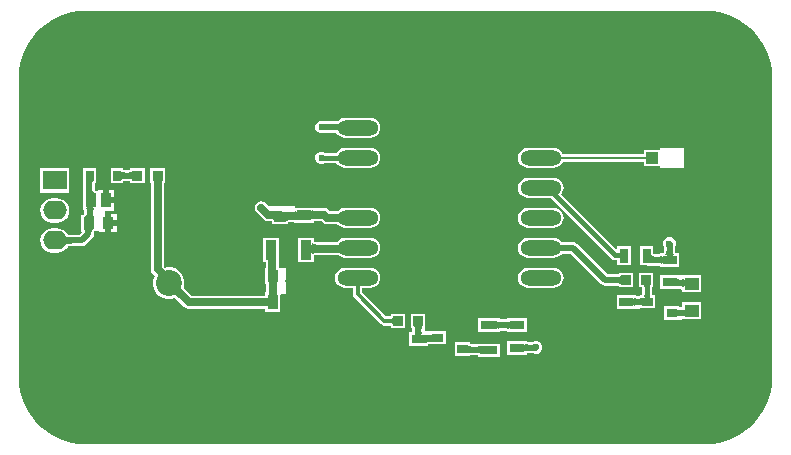
<source format=gtl>
G04*
G04 #@! TF.GenerationSoftware,Altium Limited,Altium Designer,22.3.1 (43)*
G04*
G04 Layer_Physical_Order=1*
G04 Layer_Color=255*
%FSLAX25Y25*%
%MOIN*%
G70*
G04*
G04 #@! TF.SameCoordinates,13010D4F-CA40-4925-A7E6-2A4E1DD476F1*
G04*
G04*
G04 #@! TF.FilePolarity,Positive*
G04*
G01*
G75*
%ADD16R,0.04134X0.03937*%
%ADD17R,0.08661X0.04134*%
%ADD18R,0.05700X0.03000*%
%ADD19R,0.05118X0.04331*%
%ADD20R,0.05118X0.03543*%
%ADD21R,0.03543X0.05118*%
%ADD22R,0.03937X0.03740*%
%ADD23R,0.03740X0.03937*%
%ADD24R,0.03819X0.06811*%
%ADD25R,0.03150X0.05118*%
%ADD26R,0.05118X0.03150*%
%ADD27R,0.03347X0.03347*%
%ADD28R,0.03543X0.03150*%
%ADD29R,0.02756X0.03543*%
%ADD45C,0.21654*%
%ADD49O,0.13780X0.05118*%
%ADD50C,0.02000*%
%ADD51C,0.02500*%
%ADD52C,0.00800*%
%ADD53C,0.01500*%
%ADD54C,0.01300*%
%ADD55C,0.08661*%
%ADD56R,0.07874X0.06299*%
%ADD57O,0.07874X0.06299*%
%ADD58C,0.02362*%
G36*
X216280Y127154D02*
X219132Y126587D01*
X221885Y125652D01*
X224492Y124367D01*
X226910Y122751D01*
X229096Y120834D01*
X231013Y118649D01*
X232628Y116231D01*
X233914Y113624D01*
X234848Y110871D01*
X235415Y108019D01*
X235573Y105615D01*
X235580Y105118D01*
D01*
X235580Y104624D01*
X235580Y5118D01*
X235604Y4999D01*
X235422Y2217D01*
X234855Y-635D01*
X233920Y-3387D01*
X232634Y-5995D01*
X231019Y-8412D01*
X229102Y-10598D01*
X226916Y-12515D01*
X224499Y-14130D01*
X221891Y-15416D01*
X219138Y-16351D01*
X216287Y-16918D01*
X213505Y-17100D01*
X213386Y-17076D01*
X6693Y-17076D01*
X6574Y-17100D01*
X3792Y-16918D01*
X940Y-16351D01*
X-1813Y-15416D01*
X-4420Y-14130D01*
X-6837Y-12515D01*
X-9023Y-10598D01*
X-10940Y-8412D01*
X-12555Y-5995D01*
X-13841Y-3387D01*
X-14776Y-635D01*
X-15343Y2217D01*
X-15527Y5023D01*
X-15508Y5118D01*
X-15502Y105118D01*
X-15502Y105118D01*
X-15502Y105118D01*
X-15526Y105237D01*
X-15343Y108019D01*
X-14776Y110871D01*
X-13841Y113624D01*
X-12555Y116231D01*
X-10940Y118649D01*
X-9023Y120834D01*
X-6837Y122751D01*
X-4420Y124367D01*
X-1813Y125652D01*
X940Y126587D01*
X3792Y127154D01*
X6573Y127337D01*
X6693Y127313D01*
X213379Y127313D01*
X213499Y127337D01*
X216280Y127154D01*
D02*
G37*
%LPC*%
G36*
X101732Y91673D02*
X93071D01*
X92220Y91561D01*
X91427Y91233D01*
X90746Y90710D01*
X90601Y90520D01*
X86194D01*
X85847Y90664D01*
X85019D01*
X84254Y90347D01*
X83669Y89762D01*
X83352Y88997D01*
Y88169D01*
X83669Y87404D01*
X84254Y86818D01*
X85019Y86502D01*
X85847D01*
X86194Y86646D01*
X90298D01*
X90746Y86062D01*
X91427Y85539D01*
X92220Y85211D01*
X93071Y85099D01*
X101732D01*
X102583Y85211D01*
X103376Y85539D01*
X104057Y86062D01*
X104579Y86742D01*
X104907Y87535D01*
X105019Y88386D01*
X104907Y89237D01*
X104579Y90029D01*
X104057Y90710D01*
X103376Y91233D01*
X102583Y91561D01*
X101732Y91673D01*
D02*
G37*
G36*
Y81673D02*
X93071D01*
X92220Y81561D01*
X91427Y81233D01*
X90746Y80710D01*
X90239Y80049D01*
X86674D01*
X86612Y80111D01*
X85847Y80428D01*
X85019D01*
X84254Y80111D01*
X83669Y79525D01*
X83352Y78760D01*
Y77933D01*
X83669Y77168D01*
X84254Y76582D01*
X85019Y76265D01*
X85847D01*
X86612Y76582D01*
X86713Y76684D01*
X90269D01*
X90746Y76061D01*
X91427Y75539D01*
X92220Y75211D01*
X93071Y75099D01*
X101732D01*
X102583Y75211D01*
X103376Y75539D01*
X104057Y76061D01*
X104579Y76742D01*
X104907Y77535D01*
X105019Y78386D01*
X104907Y79237D01*
X104579Y80029D01*
X104057Y80710D01*
X103376Y81233D01*
X102583Y81561D01*
X101732Y81673D01*
D02*
G37*
G36*
X206201Y81693D02*
X198130D01*
Y81015D01*
X192804D01*
Y79711D01*
X165734D01*
X165603Y80029D01*
X165080Y80710D01*
X164400Y81233D01*
X163607Y81561D01*
X162756Y81673D01*
X154095D01*
X153244Y81561D01*
X152451Y81233D01*
X151770Y80710D01*
X151248Y80029D01*
X150919Y79237D01*
X150807Y78386D01*
X150919Y77535D01*
X151248Y76742D01*
X151770Y76061D01*
X152451Y75539D01*
X153244Y75211D01*
X154095Y75099D01*
X162756D01*
X163607Y75211D01*
X164400Y75539D01*
X165080Y76061D01*
X165603Y76742D01*
X165734Y77060D01*
X192804D01*
Y75678D01*
X198130D01*
Y75000D01*
X206201D01*
Y81693D01*
D02*
G37*
G36*
X18492Y74914D02*
X18483Y74913D01*
X15048D01*
Y69969D01*
X18483D01*
X18492Y69968D01*
X18500Y69969D01*
X19204D01*
Y70504D01*
X21643D01*
Y70068D01*
X22346D01*
X22354Y70066D01*
X22363Y70068D01*
X26389D01*
Y74814D01*
X22363D01*
X22354Y74816D01*
X22346Y74814D01*
X21643D01*
Y74378D01*
X19204D01*
Y74913D01*
X18500D01*
X18492Y74914D01*
D02*
G37*
G36*
X1294Y74837D02*
X-8380D01*
Y66738D01*
X1294D01*
Y74837D01*
D02*
G37*
G36*
X16354Y67732D02*
X14583D01*
Y65173D01*
X16354D01*
Y67732D01*
D02*
G37*
G36*
X17043Y59661D02*
X15173D01*
Y57693D01*
X17043D01*
Y59661D01*
D02*
G37*
G36*
X-2756Y64872D02*
X-4331D01*
X-5388Y64733D01*
X-6373Y64325D01*
X-7219Y63676D01*
X-7868Y62830D01*
X-8276Y61845D01*
X-8415Y60787D01*
X-8276Y59730D01*
X-7868Y58745D01*
X-7219Y57899D01*
X-6373Y57250D01*
X-5388Y56842D01*
X-4331Y56703D01*
X-2756D01*
X-1699Y56842D01*
X-714Y57250D01*
X132Y57899D01*
X781Y58745D01*
X1190Y59730D01*
X1329Y60787D01*
X1190Y61845D01*
X781Y62830D01*
X132Y63676D01*
X-714Y64325D01*
X-1699Y64733D01*
X-2756Y64872D01*
D02*
G37*
G36*
X162756Y61673D02*
X154095D01*
X153244Y61561D01*
X152451Y61233D01*
X151770Y60710D01*
X151248Y60029D01*
X150919Y59237D01*
X150807Y58386D01*
X150919Y57535D01*
X151248Y56742D01*
X151770Y56062D01*
X152451Y55539D01*
X153244Y55211D01*
X154095Y55099D01*
X162756D01*
X163607Y55211D01*
X164400Y55539D01*
X165080Y56062D01*
X165603Y56742D01*
X165931Y57535D01*
X166043Y58386D01*
X165931Y59237D01*
X165603Y60029D01*
X165080Y60710D01*
X164400Y61233D01*
X163607Y61561D01*
X162756Y61673D01*
D02*
G37*
G36*
X65354Y63905D02*
X64515Y63738D01*
X63804Y63263D01*
X63329Y62551D01*
X63162Y61713D01*
X63329Y60874D01*
X63804Y60163D01*
X66137Y57830D01*
X66848Y57355D01*
X67687Y57188D01*
X68788D01*
Y56190D01*
X73405D01*
X73413Y56188D01*
X73422Y56190D01*
X74125D01*
Y56801D01*
X74144Y56813D01*
X74146Y56814D01*
X76269D01*
Y56780D01*
X76972D01*
X76981Y56779D01*
X76989Y56780D01*
X82066D01*
X82075Y56779D01*
X82083Y56780D01*
X82787D01*
Y57257D01*
X85281D01*
X85702Y56836D01*
X86413Y56361D01*
X87252Y56194D01*
X90645D01*
X90746Y56062D01*
X91427Y55539D01*
X92220Y55211D01*
X93071Y55099D01*
X101732D01*
X102583Y55211D01*
X103376Y55539D01*
X104057Y56062D01*
X104579Y56742D01*
X104907Y57535D01*
X105019Y58386D01*
X104907Y59237D01*
X104579Y60029D01*
X104057Y60710D01*
X103376Y61233D01*
X102583Y61561D01*
X101732Y61673D01*
X93071D01*
X92220Y61561D01*
X91427Y61233D01*
X90746Y60710D01*
X90645Y60578D01*
X88160D01*
X87739Y60999D01*
X87028Y61474D01*
X86189Y61641D01*
X82787D01*
Y61724D01*
X82083D01*
X82075Y61725D01*
X82073Y61725D01*
X82071Y61725D01*
X82062Y61724D01*
X76989D01*
X76981Y61725D01*
X76972Y61724D01*
X76387D01*
Y62450D01*
X68481D01*
X68482Y62340D01*
X68021Y62146D01*
X66904Y63263D01*
X66193Y63738D01*
X65354Y63905D01*
D02*
G37*
G36*
X17043Y55693D02*
X15173D01*
Y53724D01*
X17043D01*
Y55693D01*
D02*
G37*
G36*
X10149Y74913D02*
X5993D01*
Y71951D01*
X5937Y71669D01*
Y64764D01*
X5993Y64482D01*
Y61633D01*
X5991Y61624D01*
X5993Y61615D01*
Y60914D01*
X6232D01*
Y59397D01*
X6213Y59377D01*
X6208Y59373D01*
X6201Y59370D01*
X6116Y59361D01*
X5304D01*
Y54743D01*
X5302Y54734D01*
X5304Y54725D01*
Y54024D01*
X5304D01*
X5509Y53524D01*
X4709Y52725D01*
X825D01*
X781Y52830D01*
X132Y53676D01*
X-714Y54325D01*
X-1699Y54733D01*
X-2756Y54872D01*
X-4331D01*
X-5388Y54733D01*
X-6373Y54325D01*
X-7219Y53676D01*
X-7868Y52830D01*
X-8276Y51845D01*
X-8415Y50787D01*
X-8276Y49730D01*
X-7868Y48745D01*
X-7219Y47899D01*
X-6373Y47250D01*
X-5388Y46842D01*
X-4331Y46703D01*
X-2756D01*
X-1699Y46842D01*
X-714Y47250D01*
X132Y47899D01*
X781Y48745D01*
X825Y48850D01*
X5512D01*
X6253Y48998D01*
X6882Y49418D01*
X8990Y51526D01*
X9410Y52155D01*
X9558Y52896D01*
Y54024D01*
X10444D01*
X10480Y54007D01*
Y54007D01*
X11303D01*
Y53724D01*
X13173D01*
Y56693D01*
Y59661D01*
X13033D01*
Y60614D01*
X16354D01*
Y63173D01*
X13583D01*
Y64173D01*
X12583D01*
Y67732D01*
X10811D01*
Y67432D01*
X9928D01*
X9842Y67441D01*
X9836Y67444D01*
X9830Y67448D01*
X9811Y67467D01*
Y69969D01*
X10149D01*
Y70673D01*
X10150Y70681D01*
X10149Y70690D01*
Y74913D01*
D02*
G37*
G36*
X201755Y51858D02*
X200927D01*
X200162Y51541D01*
X199577Y50956D01*
X199260Y50191D01*
Y49363D01*
X199441Y48927D01*
Y46689D01*
X199421Y46668D01*
X199416Y46665D01*
X198839D01*
X198831Y46666D01*
X198822Y46665D01*
X198119D01*
Y46327D01*
X196002D01*
X195979Y46348D01*
X195976Y46354D01*
Y49027D01*
X191426D01*
Y42509D01*
X193993D01*
X194276Y42453D01*
X198119D01*
Y42115D01*
X198822D01*
X198831Y42113D01*
X198839Y42115D01*
X204637D01*
Y46665D01*
X203340D01*
X203335Y46668D01*
X203315Y46689D01*
Y49104D01*
X203422Y49363D01*
Y50191D01*
X203105Y50956D01*
X202520Y51541D01*
X201755Y51858D01*
D02*
G37*
G36*
X82846Y51743D02*
X77627D01*
Y43532D01*
X82846D01*
Y45671D01*
X82848Y45689D01*
X82865Y45738D01*
X82894Y45781D01*
X82955Y45838D01*
X83072Y45909D01*
X83096Y45919D01*
X90932D01*
X91427Y45539D01*
X92220Y45211D01*
X93071Y45099D01*
X101732D01*
X102583Y45211D01*
X103376Y45539D01*
X104057Y46062D01*
X104579Y46742D01*
X104907Y47535D01*
X105019Y48386D01*
X104907Y49237D01*
X104579Y50029D01*
X104057Y50710D01*
X103376Y51233D01*
X102583Y51561D01*
X101732Y51673D01*
X93071D01*
X92220Y51561D01*
X91427Y51233D01*
X90746Y50710D01*
X90434Y50303D01*
X83096D01*
X83072Y50313D01*
X82955Y50384D01*
X82894Y50440D01*
X82865Y50484D01*
X82848Y50532D01*
X82846Y50551D01*
Y51743D01*
D02*
G37*
G36*
X162756Y71673D02*
X154095D01*
X153244Y71561D01*
X152451Y71233D01*
X151770Y70710D01*
X151248Y70029D01*
X150919Y69237D01*
X150807Y68386D01*
X150919Y67535D01*
X151248Y66742D01*
X151770Y66062D01*
X152451Y65539D01*
X153244Y65211D01*
X154095Y65099D01*
X161656D01*
X182085Y44670D01*
X182085Y44670D01*
X182631Y44305D01*
X183274Y44177D01*
X183946D01*
Y42509D01*
X188495D01*
Y49027D01*
X183946D01*
Y48221D01*
X183484Y48029D01*
X165242Y66272D01*
X165603Y66742D01*
X165931Y67535D01*
X166043Y68386D01*
X165931Y69237D01*
X165603Y70029D01*
X165080Y70710D01*
X164400Y71233D01*
X163607Y71561D01*
X162756Y71673D01*
D02*
G37*
G36*
X205401Y39383D02*
Y39383D01*
X204835D01*
X204637Y39184D01*
X203934D01*
X203925Y39186D01*
X203916Y39184D01*
X198119D01*
Y34635D01*
X203916D01*
X203925Y34633D01*
X203934Y34635D01*
X204637D01*
X204737Y34535D01*
Y34535D01*
X205209D01*
X205501Y34155D01*
Y33552D01*
X212019D01*
Y39283D01*
X206219D01*
X206211Y39284D01*
X206202Y39283D01*
X205859D01*
X205401Y39383D01*
X205401Y39383D01*
D02*
G37*
G36*
X33082Y74814D02*
X28335D01*
Y70068D01*
X28517D01*
Y41159D01*
X28683Y40321D01*
X29159Y39609D01*
X29780Y38988D01*
X29575Y38633D01*
X29218Y37303D01*
Y35925D01*
X29575Y34595D01*
X30263Y33402D01*
X31237Y32429D01*
X32430Y31740D01*
X33760Y31383D01*
X35138D01*
X36444Y31734D01*
X39511Y28666D01*
X40222Y28191D01*
X41061Y28024D01*
X66623D01*
Y26957D01*
X71566D01*
Y32638D01*
X71925Y32986D01*
X73421Y32938D01*
X73431Y32938D01*
X73431Y33438D01*
Y36856D01*
X73169D01*
X73050Y37356D01*
X73252Y37680D01*
X73391Y37815D01*
X73446Y37813D01*
X73456Y37813D01*
X73456Y38313D01*
Y41732D01*
X71314D01*
Y42750D01*
X71323Y42759D01*
X71095D01*
Y43532D01*
X71192D01*
Y51743D01*
X65973D01*
Y43532D01*
X66711D01*
Y41661D01*
X66653D01*
Y36324D01*
X66967D01*
Y33476D01*
X66623D01*
Y32409D01*
X41969D01*
X39420Y34958D01*
X39680Y35925D01*
Y37303D01*
X39323Y38633D01*
X38634Y39826D01*
X37661Y40800D01*
X36468Y41488D01*
X35138Y41845D01*
X33760D01*
X33258Y41710D01*
X32901Y42067D01*
Y70068D01*
X33082D01*
Y74814D01*
D02*
G37*
G36*
X162756Y51673D02*
X154095D01*
X153244Y51561D01*
X152451Y51233D01*
X151770Y50710D01*
X151248Y50029D01*
X150919Y49237D01*
X150807Y48386D01*
X150919Y47535D01*
X151248Y46742D01*
X151770Y46062D01*
X152451Y45539D01*
X153244Y45211D01*
X154095Y45099D01*
X162756D01*
X163607Y45211D01*
X164400Y45539D01*
X165080Y46062D01*
X165377Y46449D01*
X168395D01*
X178615Y36229D01*
X179243Y35809D01*
X179985Y35661D01*
X184536D01*
Y35225D01*
X185240D01*
X185248Y35223D01*
X185257Y35225D01*
X189283D01*
Y39972D01*
X185257D01*
X185248Y39973D01*
X185240Y39972D01*
X184536D01*
Y39536D01*
X180787D01*
X170567Y49756D01*
X169939Y50176D01*
X169197Y50323D01*
X165377D01*
X165080Y50710D01*
X164400Y51233D01*
X163607Y51561D01*
X162756Y51673D01*
D02*
G37*
G36*
Y41673D02*
X154095D01*
X153244Y41561D01*
X152451Y41233D01*
X151770Y40710D01*
X151248Y40029D01*
X150919Y39237D01*
X150807Y38386D01*
X150919Y37535D01*
X151248Y36742D01*
X151770Y36061D01*
X152451Y35539D01*
X153244Y35211D01*
X154095Y35099D01*
X162756D01*
X163607Y35211D01*
X164400Y35539D01*
X165080Y36061D01*
X165603Y36742D01*
X165931Y37535D01*
X166043Y38386D01*
X165931Y39237D01*
X165603Y40029D01*
X165080Y40710D01*
X164400Y41233D01*
X163607Y41561D01*
X162756Y41673D01*
D02*
G37*
G36*
X195976Y39972D02*
X191229D01*
Y35225D01*
X192191D01*
Y32688D01*
X191672D01*
Y32301D01*
X190267D01*
Y32590D01*
X189564D01*
X189555Y32592D01*
X189546Y32590D01*
X183749D01*
Y28040D01*
X189546D01*
X189555Y28038D01*
X189564Y28040D01*
X190267D01*
X190367Y27940D01*
Y27940D01*
X191474D01*
X191672Y28139D01*
X192375D01*
X192384Y28137D01*
X192393Y28139D01*
X196615D01*
Y32688D01*
X195555D01*
Y35225D01*
X195976D01*
Y35929D01*
X195977Y35937D01*
X195976Y35946D01*
Y39972D01*
D02*
G37*
G36*
X212019Y30228D02*
X205501D01*
Y28610D01*
X204588D01*
Y28948D01*
X199644D01*
Y24398D01*
X204588D01*
X204688Y24298D01*
Y24298D01*
X205302D01*
X205501Y24497D01*
X212019D01*
Y30228D01*
D02*
G37*
G36*
X147945Y24816D02*
X147936Y24814D01*
X147233D01*
Y24510D01*
X144790D01*
Y24805D01*
X144087D01*
X144078Y24807D01*
X144070Y24805D01*
X137690D01*
Y20405D01*
X144070D01*
X144078Y20404D01*
X144087Y20405D01*
X144790D01*
Y20635D01*
X147233D01*
Y20265D01*
X147936D01*
X147945Y20263D01*
X147954Y20265D01*
X153751D01*
Y24814D01*
X147954D01*
X147945Y24816D01*
D02*
G37*
G36*
X101732Y41673D02*
X93071D01*
X92220Y41561D01*
X91427Y41233D01*
X90746Y40710D01*
X90224Y40029D01*
X89896Y39237D01*
X89784Y38386D01*
X89896Y37535D01*
X90224Y36742D01*
X90746Y36061D01*
X91427Y35539D01*
X92220Y35211D01*
X93071Y35099D01*
X95821D01*
Y32913D01*
X95942Y32309D01*
X96284Y31796D01*
X105182Y22898D01*
X105694Y22556D01*
X106299Y22435D01*
X108454D01*
Y21643D01*
X113200D01*
Y26389D01*
X108454D01*
Y25596D01*
X106954D01*
X98982Y33568D01*
Y35099D01*
X101732D01*
X102583Y35211D01*
X103376Y35539D01*
X104057Y36061D01*
X104579Y36742D01*
X104907Y37535D01*
X105019Y38386D01*
X104907Y39237D01*
X104579Y40029D01*
X104057Y40710D01*
X103376Y41233D01*
X102583Y41561D01*
X101732Y41673D01*
D02*
G37*
G36*
X119893Y26389D02*
X115147D01*
Y22363D01*
X115145Y22354D01*
X115147Y22346D01*
Y21643D01*
X115681D01*
Y20213D01*
X115661Y20191D01*
X115656Y20188D01*
X114457D01*
Y15639D01*
X120255D01*
X120264Y15637D01*
X120272Y15639D01*
X120976D01*
Y16222D01*
X121790D01*
Y16131D01*
X122494D01*
X122502Y16129D01*
X122511Y16131D01*
X126734D01*
Y20680D01*
X122511D01*
X122502Y20682D01*
X122494Y20680D01*
X122152D01*
X121690Y20774D01*
X119993D01*
Y21542D01*
X119893Y22001D01*
Y22346D01*
X119895Y22354D01*
X119893Y22363D01*
Y26389D01*
D02*
G37*
G36*
X153039Y17336D02*
X153031Y17334D01*
X147233D01*
Y12784D01*
X153031D01*
X153039Y12783D01*
X153048Y12784D01*
X153751D01*
Y13171D01*
X156247D01*
X156476Y13076D01*
X157304D01*
X158069Y13393D01*
X158654Y13979D01*
X158971Y14743D01*
Y15571D01*
X158654Y16336D01*
X158069Y16922D01*
X157304Y17239D01*
X156476D01*
X156010Y17045D01*
X153751D01*
Y17334D01*
X153048D01*
X153039Y17336D01*
D02*
G37*
G36*
X133994Y16942D02*
X133985Y16940D01*
X129763D01*
Y12391D01*
X133985D01*
X133994Y12389D01*
X134002Y12391D01*
X134706D01*
Y12498D01*
X137690D01*
Y12005D01*
X138394D01*
X138402Y12004D01*
X138411Y12005D01*
X144790D01*
Y16406D01*
X138411D01*
X138402Y16407D01*
X138400Y16407D01*
X138398Y16407D01*
X138390Y16406D01*
X137690D01*
Y16373D01*
X134706D01*
Y16940D01*
X134002D01*
X133994Y16942D01*
D02*
G37*
%LPD*%
G36*
X93462Y86677D02*
X93222Y86849D01*
X92972Y87003D01*
X92714Y87139D01*
X92448Y87257D01*
X92172Y87356D01*
X91888Y87438D01*
X91595Y87501D01*
X91293Y87546D01*
X90983Y87574D01*
X90664Y87583D01*
X90901Y89583D01*
X91268Y89588D01*
X92220Y89665D01*
X92488Y89711D01*
X92732Y89767D01*
X92951Y89834D01*
X93146Y89911D01*
X93316Y89998D01*
X93462Y90095D01*
Y86677D01*
D02*
G37*
G36*
X93223Y76876D02*
X93200Y77016D01*
X93136Y77142D01*
X93031Y77253D01*
X92885Y77350D01*
X92698Y77431D01*
X92470Y77498D01*
X92202Y77549D01*
X91892Y77587D01*
X91541Y77609D01*
X91150Y77616D01*
X91134Y79116D01*
X91523Y79124D01*
X92178Y79183D01*
X92444Y79235D01*
X92668Y79301D01*
X92852Y79383D01*
X92993Y79479D01*
X93094Y79590D01*
X93153Y79716D01*
X93171Y79857D01*
X93223Y76876D01*
D02*
G37*
G36*
X18512Y74056D02*
X18572Y73927D01*
X18672Y73813D01*
X18812Y73714D01*
X18992Y73631D01*
X19212Y73563D01*
X19472Y73509D01*
X19772Y73471D01*
X20112Y73449D01*
X20428Y73442D01*
X20734Y73448D01*
X21374Y73501D01*
X21634Y73547D01*
X21855Y73606D01*
X22035Y73679D01*
X22174Y73765D01*
X22275Y73864D01*
X22334Y73976D01*
X22354Y74102D01*
Y70780D01*
X22334Y70905D01*
X22275Y71018D01*
X22174Y71117D01*
X22035Y71203D01*
X21855Y71276D01*
X21634Y71335D01*
X21374Y71381D01*
X21075Y71415D01*
X20403Y71439D01*
X20112Y71433D01*
X19472Y71373D01*
X19212Y71319D01*
X18992Y71251D01*
X18812Y71167D01*
X18672Y71069D01*
X18572Y70955D01*
X18512Y70826D01*
X18492Y70681D01*
Y74201D01*
X18512Y74056D01*
D02*
G37*
G36*
X76981Y57492D02*
X76955Y57542D01*
X76881Y57587D01*
X76755Y57627D01*
X76581Y57661D01*
X76355Y57690D01*
X75756Y57732D01*
X75349Y57740D01*
X74638Y57679D01*
X74313Y57619D01*
X74038Y57542D01*
X73813Y57448D01*
X73638Y57337D01*
X73513Y57209D01*
X73438Y57064D01*
X73413Y56902D01*
Y60618D01*
X73438Y60549D01*
X73513Y60488D01*
X73638Y60433D01*
X73813Y60386D01*
X74038Y60346D01*
X74313Y60314D01*
X75013Y60270D01*
X75041Y60270D01*
X75756Y60324D01*
X76081Y60377D01*
X76355Y60445D01*
X76581Y60528D01*
X76755Y60626D01*
X76881Y60740D01*
X76955Y60868D01*
X76981Y61012D01*
Y57492D01*
D02*
G37*
G36*
X69500Y60618D02*
Y57567D01*
X69482Y57674D01*
X69428Y57770D01*
X69337Y57854D01*
X69210Y57927D01*
X69047Y57989D01*
X68847Y58040D01*
X68612Y58079D01*
X68340Y58107D01*
X67687Y58130D01*
Y60630D01*
X69500Y60618D01*
D02*
G37*
G36*
X82100Y60952D02*
X82175Y60899D01*
X82300Y60852D01*
X82475Y60811D01*
X82700Y60777D01*
X83300Y60727D01*
X84575Y60699D01*
Y58199D01*
X84100Y58192D01*
X83300Y58135D01*
X82975Y58086D01*
X82700Y58022D01*
X82475Y57945D01*
X82300Y57853D01*
X82175Y57747D01*
X82100Y57626D01*
X82075Y57492D01*
Y61012D01*
X82100Y60952D01*
D02*
G37*
G36*
X93462Y56677D02*
X93324Y56764D01*
X93150Y56842D01*
X92939Y56911D01*
X92692Y56971D01*
X92408Y57021D01*
X91731Y57095D01*
X90908Y57131D01*
X90442Y57136D01*
Y59636D01*
X90908Y59640D01*
X92408Y59751D01*
X92692Y59801D01*
X92939Y59861D01*
X93150Y59930D01*
X93324Y60008D01*
X93462Y60095D01*
Y56677D01*
D02*
G37*
G36*
X9330Y70661D02*
X9234Y70601D01*
X9150Y70501D01*
X9077Y70361D01*
X9015Y70181D01*
X8964Y69961D01*
X8925Y69701D01*
X8896Y69401D01*
X8875Y68699D01*
X8884Y68340D01*
X8914Y68000D01*
X8964Y67700D01*
X9034Y67440D01*
X9124Y67220D01*
X9234Y67040D01*
X9364Y66900D01*
X9514Y66800D01*
X9684Y66740D01*
X9874Y66720D01*
X6705D01*
X6737Y66740D01*
X6766Y66800D01*
X6791Y66900D01*
X6813Y67040D01*
X6832Y67220D01*
X6867Y68000D01*
X6874Y68708D01*
X6872Y69061D01*
X6766Y70601D01*
X6737Y70661D01*
X6705Y70681D01*
X9437D01*
X9330Y70661D01*
D02*
G37*
G36*
X9979Y61617D02*
X9809Y61557D01*
X9659Y61456D01*
X9529Y61315D01*
X9419Y61133D01*
X9329Y60912D01*
X9259Y60651D01*
X9209Y60349D01*
X9187Y60097D01*
X9220Y59629D01*
X9259Y59369D01*
X9310Y59149D01*
X9372Y58969D01*
X9445Y58829D01*
X9529Y58729D01*
X9625Y58669D01*
X9732Y58649D01*
X6169D01*
X6359Y58669D01*
X6529Y58729D01*
X6679Y58829D01*
X6809Y58969D01*
X6919Y59149D01*
X7009Y59369D01*
X7079Y59629D01*
X7129Y59929D01*
X7151Y60179D01*
X7095Y60906D01*
X7053Y61126D01*
X7002Y61306D01*
X6942Y61446D01*
X6872Y61546D01*
X6793Y61606D01*
X6705Y61626D01*
X10169Y61638D01*
X9979Y61617D01*
D02*
G37*
G36*
X9301Y54729D02*
X9158Y54673D01*
X9032Y54580D01*
X8923Y54451D01*
X8830Y54284D01*
X8755Y54080D01*
X8696Y53839D01*
X8654Y53562D01*
X8629Y53247D01*
X8620Y52896D01*
X6620D01*
X6614Y53246D01*
X6566Y53835D01*
X6524Y54074D01*
X6469Y54276D01*
X6403Y54442D01*
X6324Y54571D01*
X6233Y54663D01*
X6131Y54718D01*
X6016Y54736D01*
X9461Y54748D01*
X9301Y54729D01*
D02*
G37*
G36*
X-322Y52591D02*
X-245Y52422D01*
X-117Y52274D01*
X63Y52145D01*
X294Y52035D01*
X577Y51946D01*
X910Y51877D01*
X1295Y51827D01*
X1732Y51797D01*
X2220Y51787D01*
Y49787D01*
X1732Y49777D01*
X910Y49698D01*
X577Y49629D01*
X294Y49539D01*
X63Y49430D01*
X-117Y49301D01*
X-245Y49152D01*
X-322Y48984D01*
X-348Y48795D01*
Y52780D01*
X-322Y52591D01*
D02*
G37*
G36*
X202388Y47570D02*
X202418Y47228D01*
X202468Y46926D01*
X202538Y46665D01*
X202628Y46444D01*
X202738Y46262D01*
X202868Y46122D01*
X203018Y46021D01*
X203188Y45961D01*
X203378Y45941D01*
X199378D01*
X199568Y45961D01*
X199738Y46021D01*
X199888Y46122D01*
X200018Y46262D01*
X200128Y46444D01*
X200218Y46665D01*
X200288Y46926D01*
X200338Y47228D01*
X200368Y47570D01*
X200378Y47953D01*
X202378D01*
X202388Y47570D01*
D02*
G37*
G36*
X195272Y46200D02*
X195333Y46030D01*
X195434Y45880D01*
X195575Y45750D01*
X195756Y45640D01*
X195978Y45550D01*
X196239Y45480D01*
X196540Y45430D01*
X196882Y45400D01*
X197107Y45394D01*
X197211Y45395D01*
X197851Y45440D01*
X198111Y45480D01*
X198331Y45531D01*
X198511Y45592D01*
X198651Y45665D01*
X198751Y45750D01*
X198811Y45846D01*
X198831Y45953D01*
Y42827D01*
X198811Y42934D01*
X198751Y43030D01*
X198651Y43114D01*
X198511Y43187D01*
X198331Y43249D01*
X198111Y43300D01*
X197851Y43339D01*
X197551Y43367D01*
X196885Y43388D01*
X196884Y43388D01*
X195344Y43281D01*
X195284Y43253D01*
X195264Y43221D01*
X195252Y46390D01*
X195272Y46200D01*
D02*
G37*
G36*
X93462Y46677D02*
X93392Y46712D01*
X93276Y46743D01*
X93115Y46771D01*
X92909Y46795D01*
X92019Y46844D01*
X90722Y46861D01*
X90235Y49361D01*
X90676Y49368D01*
X91479Y49427D01*
X91841Y49478D01*
X92177Y49544D01*
X92487Y49625D01*
X92770Y49720D01*
X93027Y49831D01*
X93258Y49955D01*
X93462Y50095D01*
Y46677D01*
D02*
G37*
G36*
X82147Y50373D02*
X82222Y50161D01*
X82348Y49973D01*
X82524Y49811D01*
X82750Y49673D01*
X83026Y49561D01*
X83353Y49473D01*
X83729Y49411D01*
X84156Y49373D01*
X84634Y49361D01*
Y46861D01*
X84156Y46848D01*
X83729Y46811D01*
X83353Y46748D01*
X83026Y46661D01*
X82750Y46548D01*
X82524Y46411D01*
X82348Y46248D01*
X82222Y46061D01*
X82147Y45848D01*
X82122Y45611D01*
Y50611D01*
X82147Y50373D01*
D02*
G37*
G36*
X163171Y67875D02*
X163099Y67768D01*
X163069Y67640D01*
X163081Y67492D01*
X163134Y67323D01*
X163228Y67134D01*
X163364Y66925D01*
X163542Y66695D01*
X163761Y66444D01*
X164021Y66173D01*
X162689Y65385D01*
X162412Y65651D01*
X161903Y66075D01*
X161672Y66233D01*
X161456Y66356D01*
X161254Y66441D01*
X161068Y66491D01*
X160897Y66505D01*
X160741Y66483D01*
X160600Y66425D01*
X163283Y67962D01*
X163171Y67875D01*
D02*
G37*
G36*
X184670Y44476D02*
X184656Y44596D01*
X184614Y44704D01*
X184544Y44799D01*
X184446Y44881D01*
X184321Y44951D01*
X184167Y45008D01*
X183986Y45052D01*
X183777Y45084D01*
X183539Y45103D01*
X183274Y45110D01*
Y46610D01*
X183539Y46616D01*
X183777Y46635D01*
X183986Y46666D01*
X184167Y46711D01*
X184321Y46768D01*
X184446Y46837D01*
X184544Y46920D01*
X184614Y47015D01*
X184656Y47122D01*
X184670Y47243D01*
Y44476D01*
D02*
G37*
G36*
X206225Y34663D02*
X206204Y34853D01*
X206143Y35023D01*
X206042Y35173D01*
X205901Y35303D01*
X205720Y35413D01*
X205499Y35503D01*
X205238Y35573D01*
X204955Y35620D01*
X204425Y35584D01*
X204245Y35549D01*
X204105Y35508D01*
X204005Y35461D01*
X203945Y35407D01*
X203925Y35347D01*
Y38472D01*
X203945Y38319D01*
X204005Y38181D01*
X204105Y38060D01*
X204245Y37955D01*
X204425Y37866D01*
X204645Y37793D01*
X204905Y37736D01*
X205047Y37717D01*
X205233Y37745D01*
X205493Y37809D01*
X205713Y37890D01*
X205893Y37990D01*
X206033Y38108D01*
X206133Y38244D01*
X206193Y38398D01*
X206213Y38571D01*
X206225Y34663D01*
D02*
G37*
G36*
X162558Y49960D02*
X162769Y49840D01*
X162997Y49733D01*
X163242Y49641D01*
X163505Y49563D01*
X163785Y49499D01*
X164082Y49450D01*
X164396Y49414D01*
X165077Y49386D01*
Y47386D01*
X164728Y47379D01*
X164082Y47322D01*
X163785Y47272D01*
X163505Y47209D01*
X163242Y47131D01*
X162997Y47038D01*
X162769Y46932D01*
X162558Y46812D01*
X162365Y46677D01*
Y50095D01*
X162558Y49960D01*
D02*
G37*
G36*
X185248Y35937D02*
X185228Y36063D01*
X185168Y36175D01*
X185068Y36274D01*
X184928Y36360D01*
X184748Y36433D01*
X184528Y36493D01*
X184268Y36539D01*
X183968Y36572D01*
X183248Y36598D01*
Y38598D01*
X183628Y38605D01*
X184268Y38658D01*
X184528Y38704D01*
X184748Y38764D01*
X184928Y38837D01*
X185068Y38922D01*
X185168Y39022D01*
X185228Y39134D01*
X185248Y39260D01*
Y35937D01*
D02*
G37*
G36*
X195142Y35922D02*
X195033Y35877D01*
X194937Y35802D01*
X194854Y35697D01*
X194783Y35562D01*
X194726Y35397D01*
X194681Y35202D01*
X194649Y34977D01*
X194629Y34722D01*
X194623Y34437D01*
X193123D01*
X193115Y34722D01*
X193093Y34977D01*
X193055Y35202D01*
X193003Y35397D01*
X192936Y35562D01*
X192853Y35697D01*
X192755Y35802D01*
X192643Y35877D01*
X192516Y35922D01*
X192373Y35937D01*
X195264D01*
X195142Y35922D01*
D02*
G37*
G36*
X194631Y33189D02*
X194653Y32933D01*
X194691Y32706D01*
X194743Y32510D01*
X194810Y32344D01*
X194893Y32208D01*
X194991Y32102D01*
X195103Y32026D01*
X195230Y31980D01*
X195373Y31964D01*
X192384Y31976D01*
X192525Y31991D01*
X192650Y32036D01*
X192761Y32111D01*
X192857Y32216D01*
X192938Y32351D01*
X193005Y32516D01*
X193056Y32711D01*
X193094Y32936D01*
X193116Y33191D01*
X193123Y33476D01*
X194623D01*
X194631Y33189D01*
D02*
G37*
G36*
X192384Y28851D02*
X192364Y28948D01*
X192304Y29035D01*
X192204Y29112D01*
X192064Y29179D01*
X191884Y29236D01*
X191664Y29282D01*
X191404Y29318D01*
X190994Y29344D01*
X190535Y29309D01*
X190275Y29266D01*
X190055Y29211D01*
X189875Y29144D01*
X189735Y29064D01*
X189635Y28973D01*
X189575Y28868D01*
X189555Y28752D01*
Y31878D01*
X189575Y31780D01*
X189635Y31693D01*
X189735Y31616D01*
X189875Y31549D01*
X190055Y31493D01*
X190275Y31446D01*
X190535Y31410D01*
X190945Y31384D01*
X191404Y31419D01*
X191664Y31462D01*
X191884Y31517D01*
X192064Y31585D01*
X192204Y31664D01*
X192304Y31756D01*
X192364Y31860D01*
X192384Y31976D01*
Y28851D01*
D02*
G37*
G36*
X147945Y20977D02*
X147925Y21090D01*
X147865Y21191D01*
X147765Y21281D01*
X147625Y21358D01*
X147445Y21423D01*
X147225Y21477D01*
X146965Y21519D01*
X146665Y21549D01*
X145980Y21571D01*
X145698Y21568D01*
X144798Y21500D01*
X144578Y21459D01*
X144398Y21409D01*
X144258Y21350D01*
X144158Y21281D01*
X144098Y21204D01*
X144078Y21117D01*
Y24093D01*
X144098Y23994D01*
X144158Y23906D01*
X144258Y23828D01*
X144398Y23760D01*
X144578Y23703D01*
X144798Y23656D01*
X145058Y23619D01*
X145358Y23593D01*
X146035Y23574D01*
X146325Y23578D01*
X147225Y23657D01*
X147445Y23705D01*
X147625Y23763D01*
X147765Y23832D01*
X147865Y23911D01*
X147925Y24002D01*
X147945Y24102D01*
Y20977D01*
D02*
G37*
G36*
X98578Y36411D02*
X98468Y36372D01*
X98370Y36306D01*
X98286Y36215D01*
X98214Y36096D01*
X98156Y35952D01*
X98110Y35782D01*
X98078Y35585D01*
X98058Y35362D01*
X98052Y35113D01*
X96752D01*
X96745Y35362D01*
X96726Y35585D01*
X96693Y35782D01*
X96648Y35952D01*
X96589Y36096D01*
X96518Y36215D01*
X96433Y36306D01*
X96336Y36372D01*
X96225Y36411D01*
X96102Y36424D01*
X98702D01*
X98578Y36411D01*
D02*
G37*
G36*
X109177Y22716D02*
X109164Y22839D01*
X109125Y22950D01*
X109060Y23047D01*
X108968Y23132D01*
X108850Y23203D01*
X108705Y23262D01*
X108535Y23307D01*
X108338Y23340D01*
X108115Y23359D01*
X107866Y23366D01*
Y24666D01*
X108115Y24672D01*
X108338Y24692D01*
X108535Y24724D01*
X108705Y24770D01*
X108850Y24828D01*
X108968Y24900D01*
X109060Y24984D01*
X109125Y25082D01*
X109164Y25192D01*
X109177Y25316D01*
Y22716D01*
D02*
G37*
G36*
X119074Y22334D02*
X118978Y22275D01*
X118894Y22174D01*
X118821Y22035D01*
X118759Y21855D01*
X118708Y21634D01*
X118669Y21374D01*
X118641Y21075D01*
X118638Y20984D01*
X118658Y20752D01*
X118708Y20450D01*
X118778Y20188D01*
X118868Y19967D01*
X118978Y19786D01*
X119108Y19645D01*
X119258Y19545D01*
X119428Y19484D01*
X119618Y19464D01*
X115618D01*
X115808Y19484D01*
X115978Y19545D01*
X116128Y19645D01*
X116258Y19786D01*
X116368Y19967D01*
X116458Y20188D01*
X116528Y20450D01*
X116578Y20752D01*
X116593Y20920D01*
X116550Y21374D01*
X116497Y21634D01*
X116428Y21855D01*
X116345Y22035D01*
X116246Y22174D01*
X116132Y22275D01*
X116003Y22334D01*
X115858Y22354D01*
X119181D01*
X119074Y22334D01*
D02*
G37*
G36*
X122502Y16843D02*
X122482Y16903D01*
X122422Y16957D01*
X122322Y17004D01*
X122182Y17045D01*
X122002Y17080D01*
X121782Y17109D01*
X121591Y17122D01*
X121244Y17087D01*
X120984Y17030D01*
X120764Y16957D01*
X120584Y16868D01*
X120444Y16763D01*
X120344Y16642D01*
X120284Y16504D01*
X120264Y16351D01*
Y19476D01*
X120284Y19416D01*
X120344Y19362D01*
X120444Y19315D01*
X120584Y19274D01*
X120764Y19239D01*
X120984Y19210D01*
X121175Y19197D01*
X121522Y19232D01*
X121782Y19289D01*
X122002Y19362D01*
X122182Y19451D01*
X122322Y19556D01*
X122422Y19677D01*
X122482Y19815D01*
X122502Y19968D01*
Y16843D01*
D02*
G37*
G36*
X153059Y16524D02*
X153119Y16437D01*
X153219Y16360D01*
X153359Y16293D01*
X153539Y16237D01*
X153759Y16191D01*
X154019Y16154D01*
X154659Y16113D01*
X155039Y16108D01*
Y14108D01*
X154659Y14102D01*
X154019Y14053D01*
X153759Y14010D01*
X153539Y13955D01*
X153359Y13888D01*
X153219Y13808D01*
X153119Y13717D01*
X153059Y13612D01*
X153039Y13496D01*
Y16622D01*
X153059Y16524D01*
D02*
G37*
G36*
X134014Y16078D02*
X134074Y15943D01*
X134174Y15824D01*
X134314Y15721D01*
X134494Y15634D01*
X134714Y15562D01*
X134974Y15507D01*
X135274Y15467D01*
X135614Y15443D01*
X135994Y15435D01*
Y13435D01*
X135614Y13432D01*
X134494Y13352D01*
X134314Y13316D01*
X134174Y13272D01*
X134074Y13222D01*
X134014Y13166D01*
X133994Y13103D01*
Y16228D01*
X134014Y16078D01*
D02*
G37*
G36*
X138402Y12718D02*
X138382Y12854D01*
X138322Y12976D01*
X138222Y13084D01*
X138082Y13177D01*
X137902Y13256D01*
X137682Y13321D01*
X137422Y13371D01*
X137122Y13407D01*
X136782Y13428D01*
X136402Y13435D01*
Y15435D01*
X136782Y15438D01*
X138082Y15528D01*
X138222Y15562D01*
X138322Y15601D01*
X138382Y15644D01*
X138402Y15694D01*
Y12718D01*
D02*
G37*
D16*
X195571Y78347D02*
D03*
D17*
X201575Y84153D02*
D03*
Y72539D02*
D03*
D18*
X141240Y14206D02*
D03*
Y22605D02*
D03*
D19*
X208760Y36417D02*
D03*
Y27362D02*
D03*
D20*
X79527Y59252D02*
D03*
Y64370D02*
D03*
D21*
X8465Y64173D02*
D03*
X13583D02*
D03*
X69095Y30217D02*
D03*
X74213D02*
D03*
D22*
X71457Y65059D02*
D03*
Y58760D02*
D03*
D23*
X14173Y56693D02*
D03*
X7874D02*
D03*
X75523Y38992D02*
D03*
X69223D02*
D03*
D24*
X80236Y47638D02*
D03*
X68583D02*
D03*
D25*
X186221Y45768D02*
D03*
X193701D02*
D03*
D26*
X150492Y15059D02*
D03*
Y22539D02*
D03*
X201378Y44390D02*
D03*
Y36909D02*
D03*
X117717Y10433D02*
D03*
Y17913D02*
D03*
X187008Y22835D02*
D03*
Y30315D02*
D03*
D27*
X110827Y24016D02*
D03*
X117520D02*
D03*
X186909Y37598D02*
D03*
X193602D02*
D03*
X30709Y72441D02*
D03*
X24016D02*
D03*
D28*
X124262Y18406D02*
D03*
Y10925D02*
D03*
X132234Y14665D02*
D03*
X194144Y30413D02*
D03*
Y22933D02*
D03*
X202116Y26673D02*
D03*
D29*
X8071Y72441D02*
D03*
X17126D02*
D03*
D45*
X218898Y109843D02*
D03*
X0Y109843D02*
D03*
Y0D02*
D03*
X218898D02*
D03*
D49*
X97402Y88386D02*
D03*
Y78386D02*
D03*
Y68386D02*
D03*
Y58386D02*
D03*
Y48386D02*
D03*
X158425Y88386D02*
D03*
Y78386D02*
D03*
Y68386D02*
D03*
Y48386D02*
D03*
Y38386D02*
D03*
Y58386D02*
D03*
X97402Y38386D02*
D03*
D50*
X202116Y26673D02*
X208071D01*
X208760Y27362D01*
X150541Y15108D02*
X156841D01*
X156890Y15157D01*
X201378Y44390D02*
Y49740D01*
X201341Y49777D02*
X201378Y49740D01*
X7874Y71669D02*
X8071Y71866D01*
X7874Y64764D02*
Y71669D01*
Y64764D02*
X8465Y64173D01*
X8071Y71866D02*
Y72441D01*
X7620Y52896D02*
Y56439D01*
X5512Y50787D02*
X7620Y52896D01*
X-3543Y50787D02*
X5512D01*
X7620Y56439D02*
X8169Y56988D01*
X17126Y72441D02*
X24016D01*
X8169Y56988D02*
Y63878D01*
X8465Y64173D01*
X85433Y88583D02*
X97205D01*
X97402Y88386D01*
X179985Y37598D02*
X186909D01*
X169197Y48386D02*
X179985Y37598D01*
X158425Y48386D02*
X169197D01*
X117520Y24016D02*
X117618Y23917D01*
Y18012D02*
Y23917D01*
Y18012D02*
X117717Y17913D01*
X193701Y44965D02*
X194276Y44390D01*
X201378D01*
X193701Y44965D02*
Y45768D01*
X208514Y36663D02*
X208760Y36417D01*
X201624Y36663D02*
X208514D01*
X201378Y36909D02*
X201624Y36663D01*
X187057Y30364D02*
X194095D01*
X187008Y30315D02*
X187057Y30364D01*
X150459Y22572D02*
X150492Y22539D01*
X141273Y22572D02*
X150459D01*
X141240Y22605D02*
X141273Y22572D01*
X141010Y14435D02*
X141240Y14206D01*
X132464Y14435D02*
X141010D01*
X132234Y14665D02*
X132464Y14435D01*
X124016Y18159D02*
X124262Y18406D01*
X117963Y18159D02*
X124016D01*
X117717Y17913D02*
X117963Y18159D01*
X150492Y15059D02*
X150541Y15108D01*
D51*
X69159Y38928D02*
X69223Y38992D01*
X69159Y30281D02*
Y38928D01*
X69095Y30217D02*
X69159Y30281D01*
X68903Y39313D02*
X69223Y38992D01*
X68903Y39313D02*
Y47317D01*
X68583Y47638D02*
X68903Y47317D01*
X41061Y30217D02*
X69095D01*
X34663Y36614D02*
X41061Y30217D01*
X30709Y41159D02*
X34449Y37419D01*
Y36614D02*
Y37419D01*
X30709Y41159D02*
Y72441D01*
X34449Y36614D02*
X34663D01*
X80236Y47638D02*
X80709Y48111D01*
X97127D01*
X97402Y48386D01*
X79527Y59252D02*
X79724Y59449D01*
X79282Y59006D02*
X79527Y59252D01*
X67687Y59380D02*
X71526D01*
X71801Y59104D01*
X71900Y59006D01*
X79282D01*
X79724Y59449D02*
X86189D01*
X97402Y58386D02*
X97402Y58386D01*
X87252Y58386D02*
X97402D01*
X86189Y59449D02*
X87252Y58386D01*
X71457Y58760D02*
X71801Y59104D01*
X65354Y61713D02*
X67687Y59380D01*
D52*
X158425Y78386D02*
X195531D01*
X195571Y78347D01*
D53*
X97382Y78366D02*
X97402Y78386D01*
X85453Y78366D02*
X97382D01*
X85433Y78347D02*
X85453Y78366D01*
X183274Y45860D02*
X186129D01*
X160748Y68386D02*
X183274Y45860D01*
X186129D02*
X186221Y45768D01*
X158425Y68386D02*
X160748D01*
X193873Y30586D02*
X194095Y30364D01*
X193873Y30586D02*
Y37328D01*
X193602Y37598D02*
X193873Y37328D01*
D54*
X106299Y24016D02*
X110827D01*
X97402Y32913D02*
Y38386D01*
Y32913D02*
X106299Y24016D01*
D55*
X34449Y16929D02*
D03*
Y36614D02*
D03*
D56*
X-3543Y70787D02*
D03*
D57*
Y60787D02*
D03*
Y50787D02*
D03*
Y40787D02*
D03*
D58*
X67716Y18110D02*
D03*
X79331Y72047D02*
D03*
X72736D02*
D03*
X63484Y70965D02*
D03*
X23228Y54429D02*
D03*
X15551Y47835D02*
D03*
X25984Y65158D02*
D03*
X38189Y66339D02*
D03*
X52953Y80610D02*
D03*
X58169Y52362D02*
D03*
X48031Y56890D02*
D03*
X57776Y36122D02*
D03*
X39764Y48327D02*
D03*
X22441Y45177D02*
D03*
X43012Y22835D02*
D03*
X45276Y10630D02*
D03*
X23425Y11024D02*
D03*
X28051Y25984D02*
D03*
X156890Y15157D02*
D03*
X201341Y49777D02*
D03*
X34646Y9055D02*
D03*
X15748Y11811D02*
D03*
X21260Y64567D02*
D03*
X6299Y45276D02*
D03*
X9843Y91732D02*
D03*
X11024Y82284D02*
D03*
X25984Y84646D02*
D03*
X40945Y85039D02*
D03*
X68898Y83858D02*
D03*
X44882Y73622D02*
D03*
X58661Y64173D02*
D03*
X48819Y41339D02*
D03*
X52756Y22047D02*
D03*
X15748Y37795D02*
D03*
X16535Y24409D02*
D03*
X210236Y47638D02*
D03*
X212598Y20079D02*
D03*
X207087Y16929D02*
D03*
X174803Y35433D02*
D03*
X178347Y45276D02*
D03*
X165748Y93701D02*
D03*
X166535Y83858D02*
D03*
X172047Y65354D02*
D03*
X167323Y54724D02*
D03*
X168504Y40551D02*
D03*
X97244Y25984D02*
D03*
X88189Y52756D02*
D03*
Y64173D02*
D03*
X88976Y72441D02*
D03*
X89764Y82677D02*
D03*
X153937Y29921D02*
D03*
X135827D02*
D03*
X144882D02*
D03*
X117717D02*
D03*
X126772D02*
D03*
X108661D02*
D03*
X127559Y46063D02*
D03*
Y37008D02*
D03*
Y64173D02*
D03*
Y55118D02*
D03*
Y82284D02*
D03*
Y73228D02*
D03*
Y91339D02*
D03*
X145276Y46063D02*
D03*
Y37008D02*
D03*
Y64173D02*
D03*
Y55118D02*
D03*
Y82284D02*
D03*
Y73228D02*
D03*
Y91339D02*
D03*
X108661Y46063D02*
D03*
Y37008D02*
D03*
Y64173D02*
D03*
Y55118D02*
D03*
Y82284D02*
D03*
Y73228D02*
D03*
Y91339D02*
D03*
X87795Y31890D02*
D03*
Y40945D02*
D03*
Y22835D02*
D03*
X91732Y14567D02*
D03*
X82677D02*
D03*
X109843D02*
D03*
X100787D02*
D03*
Y6693D02*
D03*
X109843D02*
D03*
X82677D02*
D03*
X91732D02*
D03*
X64567D02*
D03*
X73622D02*
D03*
X153937Y102756D02*
D03*
X135827D02*
D03*
X144882D02*
D03*
X117717D02*
D03*
X126772D02*
D03*
X99606D02*
D03*
X108661D02*
D03*
X90551D02*
D03*
X85433Y88583D02*
D03*
Y78347D02*
D03*
X82415Y94955D02*
D03*
X64305D02*
D03*
X73360D02*
D03*
X46195D02*
D03*
X55250D02*
D03*
X28084D02*
D03*
X37139D02*
D03*
X18898Y95276D02*
D03*
X82021Y102829D02*
D03*
X63911D02*
D03*
X72966D02*
D03*
X45801D02*
D03*
X54856D02*
D03*
X27691D02*
D03*
X36746D02*
D03*
X18504Y103150D02*
D03*
X164567Y27953D02*
D03*
X173622D02*
D03*
Y20472D02*
D03*
X164567D02*
D03*
X164173Y6299D02*
D03*
X182283D02*
D03*
X173228D02*
D03*
X200394D02*
D03*
X191339D02*
D03*
Y13780D02*
D03*
X200394D02*
D03*
X173228D02*
D03*
X182283D02*
D03*
X164173D02*
D03*
X188583Y85039D02*
D03*
X181102D02*
D03*
X174409D02*
D03*
X187402Y73228D02*
D03*
X180709D02*
D03*
X167717D02*
D03*
X174409D02*
D03*
X182677Y57087D02*
D03*
X194882Y56693D02*
D03*
X209842Y57087D02*
D03*
X211417Y73622D02*
D03*
X211811Y84252D02*
D03*
X210630Y92126D02*
D03*
X210236Y64173D02*
D03*
X192126D02*
D03*
X201181D02*
D03*
X183071D02*
D03*
X182283Y92913D02*
D03*
X173228D02*
D03*
X200394D02*
D03*
X191339D02*
D03*
X190945Y100787D02*
D03*
X200000D02*
D03*
X172835D02*
D03*
X181890D02*
D03*
X163779D02*
D03*
X-7087Y17717D02*
D03*
X-6766Y26903D02*
D03*
X715D02*
D03*
X394Y17717D02*
D03*
X-6693Y83071D02*
D03*
X-6372Y92258D02*
D03*
X1108D02*
D03*
X787Y83071D02*
D03*
X23687Y-860D02*
D03*
X41929Y-1181D02*
D03*
X32874D02*
D03*
X60039D02*
D03*
X50984D02*
D03*
X78150D02*
D03*
X69095D02*
D03*
X96260D02*
D03*
X87205D02*
D03*
X114370D02*
D03*
X105315D02*
D03*
X132480D02*
D03*
X123425D02*
D03*
X150591D02*
D03*
X141535D02*
D03*
X168701D02*
D03*
X159646D02*
D03*
X186811D02*
D03*
X177756D02*
D03*
X195866D02*
D03*
X191663Y-8670D02*
D03*
X200718D02*
D03*
X173553D02*
D03*
X182608D02*
D03*
X155443D02*
D03*
X164498D02*
D03*
X137332D02*
D03*
X146387D02*
D03*
X119222D02*
D03*
X128277D02*
D03*
X101112D02*
D03*
X110167D02*
D03*
X83002D02*
D03*
X92057D02*
D03*
X64891D02*
D03*
X73946D02*
D03*
X46781D02*
D03*
X55836D02*
D03*
X28671D02*
D03*
X37726D02*
D03*
X19484Y-8349D02*
D03*
X218898Y24114D02*
D03*
Y42224D02*
D03*
Y33169D02*
D03*
Y60335D02*
D03*
Y51279D02*
D03*
Y78445D02*
D03*
Y69390D02*
D03*
Y87500D02*
D03*
X226378Y91732D02*
D03*
Y73622D02*
D03*
Y82677D02*
D03*
Y55512D02*
D03*
Y64567D02*
D03*
Y37402D02*
D03*
Y46457D02*
D03*
Y19291D02*
D03*
Y28346D02*
D03*
X18504Y110630D02*
D03*
X36746Y110309D02*
D03*
X27691D02*
D03*
X54856D02*
D03*
X45801D02*
D03*
X72966D02*
D03*
X63911D02*
D03*
X91076D02*
D03*
X82021D02*
D03*
X109187D02*
D03*
X100132D02*
D03*
X127297D02*
D03*
X118242D02*
D03*
X145407D02*
D03*
X136352D02*
D03*
X163517D02*
D03*
X154462D02*
D03*
X181628D02*
D03*
X172573D02*
D03*
X199738D02*
D03*
X190683D02*
D03*
X186746Y117789D02*
D03*
X195669Y117815D02*
D03*
X168636Y117789D02*
D03*
X177691D02*
D03*
X150525D02*
D03*
X159580D02*
D03*
X132415D02*
D03*
X141470D02*
D03*
X114305D02*
D03*
X123360D02*
D03*
X96195D02*
D03*
X105250D02*
D03*
X78084D02*
D03*
X87139D02*
D03*
X59974D02*
D03*
X69029D02*
D03*
X41864D02*
D03*
X50919D02*
D03*
X23754D02*
D03*
X32809D02*
D03*
X65354Y61713D02*
D03*
M02*

</source>
